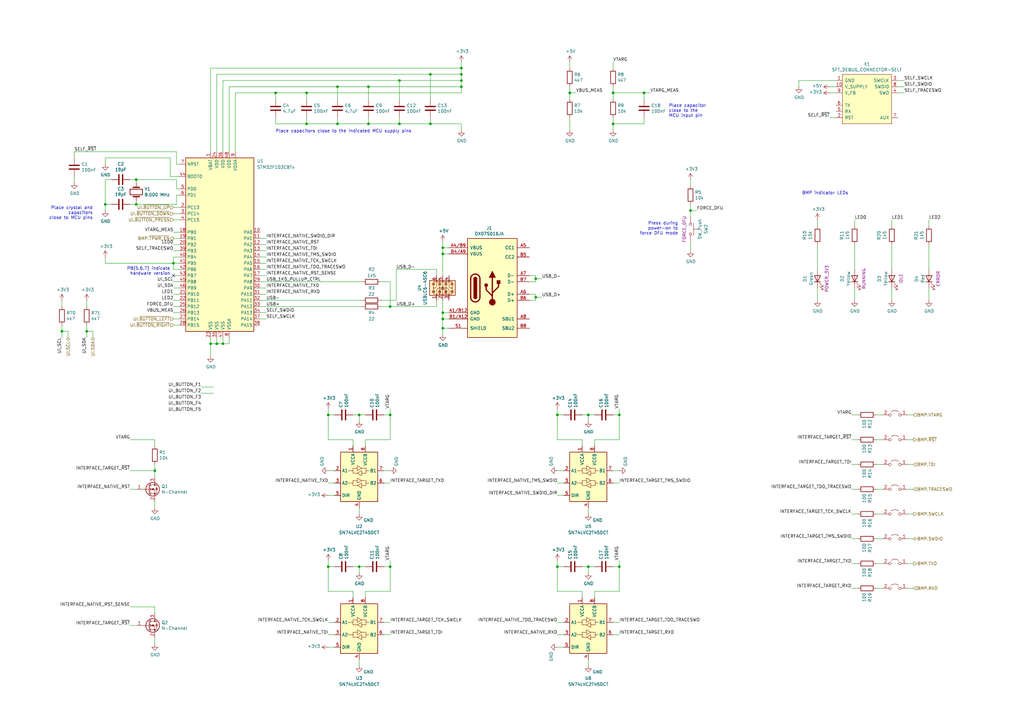
<source format=kicad_sch>
(kicad_sch (version 20211123) (generator eeschema)
  (paper "A3")
  (junction (at 189.23 30.48))
  (junction (at 25.4 135.89))
  (junction (at 134.62 232.41))
  (junction (at 160.02 232.41))
  (junction (at 228.6 232.41))
  (junction (at 55.88 83.82))
  (junction (at 251.46 38.1))
  (junction (at 189.23 35.56))
  (junction (at 219.71 121.92))
  (junction (at 71.12 107.95))
  (junction (at 138.43 50.8))
  (junction (at 176.53 30.48))
  (junction (at 125.73 50.8))
  (junction (at 254 170.18))
  (junction (at 86.36 140.97))
  (junction (at 91.44 140.97))
  (junction (at 163.83 33.02))
  (junction (at 160.02 170.18))
  (junction (at 233.68 38.1))
  (junction (at 55.88 73.66))
  (junction (at 138.43 35.56))
  (junction (at 251.46 50.8))
  (junction (at 228.6 170.18))
  (junction (at 181.61 104.14))
  (junction (at 181.61 130.81))
  (junction (at 134.62 170.18))
  (junction (at 241.3 170.18))
  (junction (at 283.21 86.36))
  (junction (at 181.61 134.62))
  (junction (at 264.16 38.1))
  (junction (at 43.18 83.82))
  (junction (at 88.9 140.97))
  (junction (at 147.32 232.41))
  (junction (at 113.03 38.1))
  (junction (at 241.3 232.41))
  (junction (at 219.71 114.3))
  (junction (at 63.5 193.04))
  (junction (at 160.02 125.73))
  (junction (at 181.61 128.27))
  (junction (at 189.23 27.94))
  (junction (at 181.61 101.6))
  (junction (at 163.83 50.8))
  (junction (at 189.23 33.02))
  (junction (at 151.13 50.8))
  (junction (at 35.56 135.89))
  (junction (at 125.73 38.1))
  (junction (at 176.53 50.8))
  (junction (at 147.32 170.18))
  (junction (at 254 232.41))
  (junction (at 151.13 35.56))
  (no_connect (at 71.12 113.03))
  (wire (pts (xy 251.46 255.27) (xy 254 255.27)))
  (wire (pts (xy 350.52 123.19) (xy 350.52 118.11)))
  (wire (pts (xy 365.76 110.49) (xy 365.76 100.33)))
  (wire (pts (xy 181.61 101.6) (xy 184.15 101.6)))
  (wire (pts (xy 125.73 48.26) (xy 125.73 50.8)))
  (wire (pts (xy 96.52 38.1) (xy 96.52 62.23)))
  (wire (pts (xy 241.3 273.05) (xy 241.3 270.51)))
  (wire (pts (xy 91.44 140.97) (xy 91.44 138.43)))
  (wire (pts (xy 73.66 102.87) (xy 71.12 102.87)))
  (wire (pts (xy 350.52 92.71) (xy 350.52 90.17)))
  (wire (pts (xy 340.36 35.56) (xy 342.9 35.56)))
  (wire (pts (xy 372.11 220.98) (xy 374.65 220.98)))
  (wire (pts (xy 73.66 100.33) (xy 71.12 100.33)))
  (wire (pts (xy 138.43 40.64) (xy 138.43 35.56)))
  (wire (pts (xy 160.02 125.73) (xy 156.21 125.73)))
  (wire (pts (xy 27.94 138.43) (xy 27.94 135.89)))
  (wire (pts (xy 381 123.19) (xy 381 118.11)))
  (wire (pts (xy 251.46 193.04) (xy 254 193.04)))
  (wire (pts (xy 43.18 86.36) (xy 43.18 83.82)))
  (wire (pts (xy 228.6 232.41) (xy 228.6 242.57)))
  (wire (pts (xy 349.25 180.34) (xy 351.79 180.34)))
  (wire (pts (xy 189.23 50.8) (xy 189.23 53.34)))
  (wire (pts (xy 219.71 113.03) (xy 219.71 114.3)))
  (wire (pts (xy 350.52 110.49) (xy 350.52 100.33)))
  (wire (pts (xy 113.03 48.26) (xy 113.03 50.8)))
  (wire (pts (xy 125.73 38.1) (xy 189.23 38.1)))
  (wire (pts (xy 241.3 170.18) (xy 241.3 172.72)))
  (wire (pts (xy 71.12 105.41) (xy 71.12 107.95)))
  (wire (pts (xy 144.78 242.57) (xy 144.78 245.11)))
  (wire (pts (xy 335.28 123.19) (xy 335.28 118.11)))
  (wire (pts (xy 365.76 123.19) (xy 365.76 118.11)))
  (wire (pts (xy 217.17 115.57) (xy 219.71 115.57)))
  (wire (pts (xy 106.68 105.41) (xy 109.22 105.41)))
  (wire (pts (xy 238.76 242.57) (xy 238.76 245.11)))
  (wire (pts (xy 349.25 220.98) (xy 351.79 220.98)))
  (wire (pts (xy 219.71 120.65) (xy 219.71 121.92)))
  (wire (pts (xy 156.21 123.19) (xy 162.56 123.19)))
  (wire (pts (xy 231.14 198.12) (xy 228.6 198.12)))
  (wire (pts (xy 233.68 38.1) (xy 236.22 38.1)))
  (wire (pts (xy 91.44 33.02) (xy 163.83 33.02)))
  (wire (pts (xy 219.71 123.19) (xy 219.71 121.92)))
  (wire (pts (xy 251.46 260.35) (xy 254 260.35)))
  (wire (pts (xy 137.16 260.35) (xy 134.62 260.35)))
  (wire (pts (xy 93.98 138.43) (xy 93.98 140.97)))
  (wire (pts (xy 71.12 118.11) (xy 73.66 118.11)))
  (wire (pts (xy 125.73 50.8) (xy 138.43 50.8)))
  (wire (pts (xy 181.61 101.6) (xy 181.61 99.06)))
  (wire (pts (xy 219.71 115.57) (xy 219.71 114.3)))
  (wire (pts (xy 368.3 38.1) (xy 370.84 38.1)))
  (wire (pts (xy 151.13 35.56) (xy 151.13 40.64)))
  (wire (pts (xy 73.66 133.35) (xy 71.12 133.35)))
  (wire (pts (xy 30.48 62.23) (xy 30.48 64.77)))
  (wire (pts (xy 181.61 101.6) (xy 181.61 104.14)))
  (wire (pts (xy 283.21 86.36) (xy 283.21 88.9)))
  (wire (pts (xy 86.36 140.97) (xy 88.9 140.97)))
  (wire (pts (xy 86.36 27.94) (xy 189.23 27.94)))
  (wire (pts (xy 43.18 67.31) (xy 43.18 64.77)))
  (wire (pts (xy 149.86 180.34) (xy 160.02 180.34)))
  (wire (pts (xy 88.9 140.97) (xy 91.44 140.97)))
  (wire (pts (xy 38.1 138.43) (xy 38.1 135.89)))
  (wire (pts (xy 82.55 158.75) (xy 87.63 158.75)))
  (wire (pts (xy 361.95 180.34) (xy 359.41 180.34)))
  (wire (pts (xy 361.95 241.3) (xy 359.41 241.3)))
  (wire (pts (xy 359.41 170.18) (xy 361.95 170.18)))
  (wire (pts (xy 106.68 120.65) (xy 109.22 120.65)))
  (wire (pts (xy 264.16 50.8) (xy 264.16 48.26)))
  (wire (pts (xy 71.12 97.79) (xy 73.66 97.79)))
  (wire (pts (xy 151.13 50.8) (xy 138.43 50.8)))
  (wire (pts (xy 35.56 123.19) (xy 35.56 125.73)))
  (wire (pts (xy 149.86 245.11) (xy 149.86 242.57)))
  (wire (pts (xy 144.78 170.18) (xy 147.32 170.18)))
  (wire (pts (xy 372.11 231.14) (xy 374.65 231.14)))
  (wire (pts (xy 160.02 232.41) (xy 160.02 242.57)))
  (wire (pts (xy 96.52 38.1) (xy 113.03 38.1)))
  (wire (pts (xy 71.12 107.95) (xy 71.12 110.49)))
  (wire (pts (xy 147.32 232.41) (xy 147.32 234.95)))
  (wire (pts (xy 231.14 193.04) (xy 228.6 193.04)))
  (wire (pts (xy 189.23 35.56) (xy 189.23 33.02)))
  (wire (pts (xy 55.88 82.55) (xy 55.88 83.82)))
  (wire (pts (xy 147.32 273.05) (xy 147.32 270.51)))
  (wire (pts (xy 163.83 33.02) (xy 189.23 33.02)))
  (wire (pts (xy 179.07 125.73) (xy 179.07 123.19)))
  (wire (pts (xy 251.46 27.94) (xy 251.46 25.4)))
  (wire (pts (xy 134.62 229.87) (xy 134.62 232.41)))
  (wire (pts (xy 189.23 30.48) (xy 189.23 27.94)))
  (wire (pts (xy 55.88 74.93) (xy 55.88 73.66)))
  (wire (pts (xy 63.5 208.28) (xy 63.5 205.74)))
  (wire (pts (xy 160.02 125.73) (xy 179.07 125.73)))
  (wire (pts (xy 176.53 50.8) (xy 189.23 50.8)))
  (wire (pts (xy 176.53 30.48) (xy 189.23 30.48)))
  (wire (pts (xy 233.68 35.56) (xy 233.68 38.1)))
  (wire (pts (xy 147.32 170.18) (xy 149.86 170.18)))
  (wire (pts (xy 361.95 190.5) (xy 359.41 190.5)))
  (wire (pts (xy 368.3 33.02) (xy 370.84 33.02)))
  (wire (pts (xy 381 92.71) (xy 381 90.17)))
  (wire (pts (xy 151.13 35.56) (xy 189.23 35.56)))
  (wire (pts (xy 25.4 133.35) (xy 25.4 135.89)))
  (wire (pts (xy 157.48 232.41) (xy 160.02 232.41)))
  (wire (pts (xy 72.39 80.01) (xy 73.66 80.01)))
  (wire (pts (xy 241.3 210.82) (xy 241.3 208.28)))
  (wire (pts (xy 231.14 232.41) (xy 228.6 232.41)))
  (wire (pts (xy 181.61 130.81) (xy 184.15 130.81)))
  (wire (pts (xy 251.46 38.1) (xy 264.16 38.1)))
  (wire (pts (xy 181.61 104.14) (xy 184.15 104.14)))
  (wire (pts (xy 73.66 113.03) (xy 71.12 113.03)))
  (wire (pts (xy 30.48 74.93) (xy 30.48 72.39)))
  (wire (pts (xy 35.56 133.35) (xy 35.56 135.89)))
  (wire (pts (xy 43.18 73.66) (xy 43.18 83.82)))
  (wire (pts (xy 217.17 123.19) (xy 219.71 123.19)))
  (wire (pts (xy 25.4 135.89) (xy 25.4 138.43)))
  (wire (pts (xy 160.02 170.18) (xy 160.02 180.34)))
  (wire (pts (xy 349.25 231.14) (xy 351.79 231.14)))
  (wire (pts (xy 71.12 85.09) (xy 73.66 85.09)))
  (wire (pts (xy 73.66 123.19) (xy 71.12 123.19)))
  (wire (pts (xy 113.03 50.8) (xy 125.73 50.8)))
  (wire (pts (xy 144.78 180.34) (xy 144.78 182.88)))
  (wire (pts (xy 342.9 38.1) (xy 340.36 38.1)))
  (wire (pts (xy 144.78 232.41) (xy 147.32 232.41)))
  (wire (pts (xy 361.95 220.98) (xy 359.41 220.98)))
  (wire (pts (xy 283.21 83.82) (xy 283.21 86.36)))
  (wire (pts (xy 106.68 128.27) (xy 109.22 128.27)))
  (wire (pts (xy 241.3 232.41) (xy 241.3 234.95)))
  (wire (pts (xy 365.76 92.71) (xy 365.76 90.17)))
  (wire (pts (xy 63.5 264.16) (xy 63.5 261.62)))
  (wire (pts (xy 113.03 40.64) (xy 113.03 38.1)))
  (wire (pts (xy 93.98 35.56) (xy 138.43 35.56)))
  (wire (pts (xy 106.68 113.03) (xy 109.22 113.03)))
  (wire (pts (xy 233.68 27.94) (xy 233.68 25.4)))
  (wire (pts (xy 71.12 87.63) (xy 73.66 87.63)))
  (wire (pts (xy 157.48 193.04) (xy 160.02 193.04)))
  (wire (pts (xy 243.84 242.57) (xy 254 242.57)))
  (wire (pts (xy 189.23 38.1) (xy 189.23 35.56)))
  (wire (pts (xy 55.88 73.66) (xy 53.34 73.66)))
  (wire (pts (xy 335.28 92.71) (xy 335.28 90.17)))
  (wire (pts (xy 327.66 33.02) (xy 327.66 35.56)))
  (wire (pts (xy 71.12 115.57) (xy 73.66 115.57)))
  (wire (pts (xy 134.62 232.41) (xy 134.62 242.57)))
  (wire (pts (xy 73.66 130.81) (xy 71.12 130.81)))
  (wire (pts (xy 238.76 180.34) (xy 238.76 182.88)))
  (wire (pts (xy 349.25 170.18) (xy 351.79 170.18)))
  (wire (pts (xy 349.25 241.3) (xy 351.79 241.3)))
  (wire (pts (xy 157.48 170.18) (xy 160.02 170.18)))
  (wire (pts (xy 125.73 40.64) (xy 125.73 38.1)))
  (wire (pts (xy 243.84 245.11) (xy 243.84 242.57)))
  (wire (pts (xy 106.68 102.87) (xy 109.22 102.87)))
  (wire (pts (xy 181.61 128.27) (xy 181.61 123.19)))
  (wire (pts (xy 86.36 146.05) (xy 86.36 140.97)))
  (wire (pts (xy 73.66 125.73) (xy 71.12 125.73)))
  (wire (pts (xy 151.13 50.8) (xy 163.83 50.8)))
  (wire (pts (xy 228.6 180.34) (xy 238.76 180.34)))
  (wire (pts (xy 91.44 33.02) (xy 91.44 62.23)))
  (wire (pts (xy 228.6 170.18) (xy 228.6 180.34)))
  (wire (pts (xy 72.39 77.47) (xy 73.66 77.47)))
  (wire (pts (xy 113.03 38.1) (xy 125.73 38.1)))
  (wire (pts (xy 63.5 180.34) (xy 53.34 180.34)))
  (wire (pts (xy 241.3 232.41) (xy 243.84 232.41)))
  (wire (pts (xy 160.02 167.64) (xy 160.02 170.18)))
  (wire (pts (xy 88.9 30.48) (xy 88.9 62.23)))
  (wire (pts (xy 73.66 72.39) (xy 69.85 72.39)))
  (wire (pts (xy 53.34 200.66) (xy 55.88 200.66)))
  (wire (pts (xy 35.56 135.89) (xy 35.56 138.43)))
  (wire (pts (xy 361.95 210.82) (xy 359.41 210.82)))
  (wire (pts (xy 374.65 210.82) (xy 372.11 210.82)))
  (wire (pts (xy 233.68 38.1) (xy 233.68 40.64)))
  (wire (pts (xy 219.71 114.3) (xy 222.25 114.3)))
  (wire (pts (xy 137.16 198.12) (xy 134.62 198.12)))
  (wire (pts (xy 63.5 251.46) (xy 63.5 248.92)))
  (wire (pts (xy 228.6 265.43) (xy 231.14 265.43)))
  (wire (pts (xy 254 232.41) (xy 254 242.57)))
  (wire (pts (xy 349.25 210.82) (xy 351.79 210.82)))
  (wire (pts (xy 231.14 255.27) (xy 228.6 255.27)))
  (wire (pts (xy 251.46 50.8) (xy 264.16 50.8)))
  (wire (pts (xy 238.76 232.41) (xy 241.3 232.41)))
  (wire (pts (xy 233.68 48.26) (xy 233.68 53.34)))
  (wire (pts (xy 137.16 232.41) (xy 134.62 232.41)))
  (wire (pts (xy 93.98 35.56) (xy 93.98 62.23)))
  (wire (pts (xy 27.94 135.89) (xy 25.4 135.89)))
  (wire (pts (xy 283.21 102.87) (xy 283.21 99.06)))
  (wire (pts (xy 71.12 90.17) (xy 73.66 90.17)))
  (wire (pts (xy 381 110.49) (xy 381 100.33)))
  (wire (pts (xy 181.61 113.03) (xy 181.61 104.14)))
  (wire (pts (xy 251.46 170.18) (xy 254 170.18)))
  (wire (pts (xy 222.25 121.92) (xy 219.71 121.92)))
  (wire (pts (xy 73.66 95.25) (xy 71.12 95.25)))
  (wire (pts (xy 134.62 242.57) (xy 144.78 242.57)))
  (wire (pts (xy 72.39 67.31) (xy 72.39 62.23)))
  (wire (pts (xy 137.16 255.27) (xy 134.62 255.27)))
  (wire (pts (xy 238.76 170.18) (xy 241.3 170.18)))
  (wire (pts (xy 45.72 73.66) (xy 43.18 73.66)))
  (wire (pts (xy 163.83 40.64) (xy 163.83 33.02)))
  (wire (pts (xy 149.86 242.57) (xy 160.02 242.57)))
  (wire (pts (xy 251.46 38.1) (xy 251.46 40.64)))
  (wire (pts (xy 181.61 128.27) (xy 184.15 128.27)))
  (wire (pts (xy 327.66 33.02) (xy 342.9 33.02)))
  (wire (pts (xy 228.6 167.64) (xy 228.6 170.18)))
  (wire (pts (xy 106.68 110.49) (xy 109.22 110.49)))
  (wire (pts (xy 151.13 48.26) (xy 151.13 50.8)))
  (wire (pts (xy 73.66 120.65) (xy 71.12 120.65)))
  (wire (pts (xy 63.5 195.58) (xy 63.5 193.04)))
  (wire (pts (xy 86.36 27.94) (xy 86.36 62.23)))
  (wire (pts (xy 106.68 118.11) (xy 109.22 118.11)))
  (wire (pts (xy 134.62 167.64) (xy 134.62 170.18)))
  (wire (pts (xy 71.12 107.95) (xy 73.66 107.95)))
  (wire (pts (xy 163.83 50.8) (xy 176.53 50.8)))
  (wire (pts (xy 176.53 40.64) (xy 176.53 30.48)))
  (wire (pts (xy 63.5 182.88) (xy 63.5 180.34)))
  (wire (pts (xy 137.16 170.18) (xy 134.62 170.18)))
  (wire (pts (xy 189.23 33.02) (xy 189.23 30.48)))
  (wire (pts (xy 134.62 180.34) (xy 144.78 180.34)))
  (wire (pts (xy 160.02 229.87) (xy 160.02 232.41)))
  (wire (pts (xy 106.68 100.33) (xy 109.22 100.33)))
  (wire (pts (xy 189.23 27.94) (xy 189.23 25.4)))
  (wire (pts (xy 63.5 193.04) (xy 63.5 190.5)))
  (wire (pts (xy 264.16 38.1) (xy 264.16 40.64)))
  (wire (pts (xy 372.11 180.34) (xy 374.65 180.34)))
  (wire (pts (xy 162.56 110.49) (xy 162.56 123.19)))
  (wire (pts (xy 372.11 200.66) (xy 374.65 200.66)))
  (wire (pts (xy 106.68 123.19) (xy 148.59 123.19)))
  (wire (pts (xy 228.6 203.2) (xy 231.14 203.2)))
  (wire (pts (xy 254 170.18) (xy 254 180.34)))
  (wire (pts (xy 88.9 140.97) (xy 88.9 138.43)))
  (wire (pts (xy 71.12 110.49) (xy 73.66 110.49)))
  (wire (pts (xy 73.66 128.27) (xy 71.12 128.27)))
  (wire (pts (xy 53.34 256.54) (xy 55.88 256.54)))
  (wire (pts (xy 241.3 170.18) (xy 243.84 170.18)))
  (wire (pts (xy 69.85 72.39) (xy 69.85 64.77)))
  (wire (pts (xy 181.61 134.62) (xy 181.61 130.81)))
  (wire (pts (xy 53.34 248.92) (xy 63.5 248.92)))
  (wire (pts (xy 217.17 113.03) (xy 219.71 113.03)))
  (wire (pts (xy 374.65 241.3) (xy 372.11 241.3)))
  (wire (pts (xy 251.46 232.41) (xy 254 232.41)))
  (wire (pts (xy 179.07 110.49) (xy 162.56 110.49)))
  (wire (pts (xy 138.43 35.56) (xy 151.13 35.56)))
  (wire (pts (xy 53.34 83.82) (xy 55.88 83.82)))
  (wire (pts (xy 43.18 64.77) (xy 69.85 64.77)))
  (wire (pts (xy 72.39 83.82) (xy 72.39 80.01)))
  (wire (pts (xy 361.95 231.14) (xy 359.41 231.14)))
  (wire (pts (xy 147.32 210.82) (xy 147.32 208.28)))
  (wire (pts (xy 106.68 107.95) (xy 109.22 107.95)))
  (wire (pts (xy 254 167.64) (xy 254 170.18)))
  (wire (pts (xy 160.02 115.57) (xy 160.02 125.73)))
  (wire (pts (xy 243.84 180.34) (xy 254 180.34)))
  (wire (pts (xy 63.5 193.04) (xy 53.34 193.04)))
  (wire (pts (xy 72.39 73.66) (xy 72.39 77.47)))
  (wire (pts (xy 106.68 97.79) (xy 109.22 97.79)))
  (wire (pts (xy 147.32 170.18) (xy 147.32 172.72)))
  (wire (pts (xy 179.07 113.03) (xy 179.07 110.49)))
  (wire (pts (xy 181.61 134.62) (xy 184.15 134.62)))
  (wire (pts (xy 134.62 203.2) (xy 137.16 203.2)))
  (wire (pts (xy 30.48 62.23) (xy 72.39 62.23)))
  (wire (pts (xy 228.6 229.87) (xy 228.6 232.41)))
  (wire (pts (xy 73.66 105.41) (xy 71.12 105.41)))
  (wire (pts (xy 361.95 200.66) (xy 359.41 200.66)))
  (wire (pts (xy 254 229.87) (xy 254 232.41)))
  (wire (pts (xy 283.21 76.2) (xy 283.21 73.66)))
  (wire (pts (xy 106.68 130.81) (xy 109.22 130.81)))
  (wire (pts (xy 181.61 130.81) (xy 181.61 128.27)))
  (wire (pts (xy 43.18 83.82) (xy 45.72 83.82)))
  (wire (pts (xy 231.14 170.18) (xy 228.6 170.18)))
  (wire (pts (xy 71.12 107.95) (xy 43.18 107.95)))
  (wire (pts (xy 43.18 107.95) (xy 43.18 105.41)))
  (wire (pts (xy 156.21 115.57) (xy 160.02 115.57)))
  (wire (pts (xy 55.88 83.82) (xy 72.39 83.82)))
  (wire (pts (xy 342.9 48.26) (xy 340.36 48.26)))
  (wire (pts (xy 368.3 35.56) (xy 370.84 35.56)))
  (wire (pts (xy 88.9 30.48) (xy 176.53 30.48)))
  (wire (pts (xy 147.32 232.41) (xy 149.86 232.41)))
  (wire (pts (xy 251.46 48.26) (xy 251.46 50.8)))
  (wire (pts (xy 372.11 170.18) (xy 374.65 170.18)))
  (wire (pts (xy 25.4 125.73) (xy 25.4 123.19)))
  (wire (pts (xy 134.62 170.18) (xy 134.62 180.34)))
  (wire (pts (xy 134.62 193.04) (xy 137.16 193.04)))
  (wire (pts (xy 176.53 50.8) (xy 176.53 48.26)))
  (wire (pts (xy 251.46 50.8) (xy 251.46 53.34)))
  (wire (pts (xy 251.46 198.12) (xy 254 198.12)))
  (wire (pts (xy 91.44 140.97) (xy 93.98 140.97)))
  (wire (pts (xy 243.84 182.88) (xy 243.84 180.34)))
  (wire (pts (xy 72.39 67.31) (xy 73.66 67.31)))
  (wire (pts (xy 157.48 255.27) (xy 160.02 255.27)))
  (wire (pts (xy 138.43 48.26) (xy 138.43 50.8)))
  (wire (pts (xy 283.21 86.36) (xy 285.75 86.36)))
  (wire (pts (xy 149.86 182.88) (xy 149.86 180.34)))
  (wire (pts (xy 335.28 110.49) (xy 335.28 100.33)))
  (wire (pts (xy 134.62 265.43) (xy 137.16 265.43)))
  (wire (pts (xy 251.46 35.56) (xy 251.46 38.1)))
  (wire (pts (xy 106.68 115.57) (xy 148.59 115.57)))
  (wire (pts (xy 181.61 137.16) (xy 181.61 134.62)))
  (wire (pts (xy 157.48 198.12) (xy 160.02 198.12)))
  (wire (pts (xy 264.16 38.1) (xy 266.7 38.1)))
  (wire (pts (xy 38.1 135.89) (xy 35.56 135.89)))
  (wire (pts (xy 217.17 120.65) (xy 219.71 120.65)))
  (wire (pts (xy 228.6 242.57) (xy 238.76 242.57)))
  (wire (pts (xy 86.36 140.97) (xy 86.36 138.43)))
  (wire (pts (xy 82.55 161.29) (xy 87.63 161.29)))
  (wire (pts (xy 231.14 260.35) (xy 228.6 260.35)))
  (wire (pts (xy 55.88 73.66) (xy 72.39 73.66)))
  (wire (pts (xy 349.25 190.5) (xy 351.79 190.5)))
  (wire (pts (xy 349.25 200.66) (xy 351.79 200.66)))
  (wire (pts (xy 163.83 50.8) (xy 163.83 48.26)))
  (wire (pts (xy 372.11 190.5) (xy 374.65 190.5)))
  (wire (pts (xy 106.68 125.73) (xy 148.59 125.73)))
  (wire (pts (xy 157.48 260.35) (xy 160.02 260.35)))
  (text "Place crystal and\ncapacitors\nclose to MCU pins" (at 38.1 90.17 180) (effects (font (size 1.27 1.27)) (justify right bottom)))
  (text "Place capacitors close to the indicated MCU supply pins" (at 113.03 54.61 0) (effects (font (size 1.27 1.27)) (justify left bottom)))
  (text "PB{5,6,7} indicate\nhardware version" (at 69.85 113.03 180) (effects (font (size 1.27 1.27)) (justify right bottom)))
  (text "Place capacitor\nclose to the\nMCU input pin" (at 274.32 48.26 0) (effects (font (size 1.27 1.27)) (justify left bottom)))
  (text "Press during\npower-on to\nforce DFU mode" (at 278.13 96.52 180) (effects (font (size 1.27 1.27)) (justify right bottom)))
  (text "BMP indicator LEDs" (at 328.93 80.01 0) (effects (font (size 1.27 1.27)) (justify left bottom)))
  (label "INTERFACE_NATIVE_RST" (at 53.34 200.66 180))
  (label "UI_BUTTON_F3" (at 82.55 163.83 180))
  (label "UI_SCL" (at 71.12 115.57 180))
  (label "INTERFACE_TARGET_TMS_SWDIO" (at 254 198.12 0))
  (label "UI_BUTTON_F1" (at 82.55 158.75 180))
  (label "LED2" (at 381 90.17 0))
  (label "SELF_TRACESWO" (at 71.12 102.87 180))
  (label "SELF_SWDIO" (at 109.22 128.27 0))
  (label "INTERFACE_NATIVE_TDO_TRACESWO" (at 228.6 255.27 180))
  (label "USB+" (at 109.22 125.73 0))
  (label "UI_BUTTON_F4" (at 82.55 166.37 180))
  (label "INTERFACE_NATIVE_RXD" (at 228.6 260.35 180))
  (label "LED0" (at 71.12 100.33 180))
  (label "USB_D+" (at 222.25 121.92 0))
  (label "UI_BUTTON_F5" (at 82.55 168.91 180))
  (label "UI_BUTTON_F2" (at 82.55 161.29 180))
  (label "INTERFACE_NATIVE_TDI" (at 134.62 260.35 180))
  (label "SELF_SWCLK" (at 109.22 130.81 0))
  (label "INTERFACE_NATIVE_SWDIO_DIR" (at 228.6 203.2 180))
  (label "INTERFACE_NATIVE_TMS_SWDIO" (at 109.22 105.41 0))
  (label "INTERFACE_NATIVE_TCK_SWCLK" (at 134.62 255.27 180))
  (label "INTERFACE_NATIVE_RXD" (at 109.22 120.65 0))
  (label "INTERFACE_NATIVE_SWDIO_DIR" (at 109.22 97.79 0))
  (label "VTARG" (at 251.46 25.4 0))
  (label "VTARG" (at 53.34 180.34 180))
  (label "INTERFACE_TARGET_~{RST}" (at 53.34 193.04 180))
  (label "USB_D-" (at 222.25 114.3 0))
  (label "VTARG" (at 160.02 229.87 90))
  (label "USB-" (at 109.22 123.19 0))
  (label "INTERFACE_TARGET_TXD" (at 349.25 231.14 180))
  (label "VTARG" (at 160.02 167.64 90))
  (label "INTERFACE_TARGET_~{RST}" (at 349.25 180.34 180))
  (label "LED1" (at 71.12 120.65 180))
  (label "LED1" (at 365.76 90.17 0))
  (label "INTERFACE_TARGET_TCK_SWCLK" (at 160.02 255.27 0))
  (label "USB_1K5_PULLUP_CTRL" (at 109.22 115.57 0))
  (label "SELF_~{RST}" (at 30.48 62.23 0))
  (label "SELF_~{RST}" (at 340.36 48.26 180))
  (label "INTERFACE_TARGET_TDI" (at 160.02 260.35 0))
  (label "FORCE_DFU" (at 71.12 125.73 180))
  (label "INTERFACE_TARGET_RXD" (at 254 260.35 0))
  (label "INTERFACE_TARGET_TMS_SWDIO" (at 349.25 220.98 180))
  (label "INTERFACE_TARGET_TCK_SWCLK" (at 349.25 210.82 180))
  (label "INTERFACE_TARGET_TXD" (at 160.02 198.12 0))
  (label "INTERFACE_NATIVE_RST_SENSE" (at 53.34 248.92 180))
  (label "UI_SDA" (at 71.12 118.11 180))
  (label "VTARG" (at 254 167.64 90))
  (label "INTERFACE_TARGET_TDI" (at 349.25 190.5 180))
  (label "INTERFACE_TARGET_TDO_TRACESWO" (at 254 255.27 0))
  (label "INTERFACE_TARGET_~{RST}" (at 53.34 256.54 180))
  (label "VTARG" (at 254 229.87 90))
  (label "INTERFACE_NATIVE_TCK_SWCLK" (at 109.22 107.95 0))
  (label "SELF_SWCLK" (at 370.84 33.02 0))
  (label "INTERFACE_NATIVE_TXD" (at 134.62 198.12 180))
  (label "INTERFACE_NATIVE_TXD" (at 109.22 118.11 0))
  (label "VBUS_MEAS" (at 71.12 128.27 180))
  (label "INTERFACE_NATIVE_TDO_TRACESWO" (at 109.22 110.49 0))
  (label "INTERFACE_TARGET_RXD" (at 349.25 241.3 180))
  (label "UI_SCL" (at 25.4 138.43 270))
  (label "INTERFACE_NATIVE_TMS_SWDIO" (at 228.6 198.12 180))
  (label "VBUS_MEAS" (at 236.22 38.1 0))
  (label "VTARG_MEAS" (at 71.12 95.25 180))
  (label "INTERFACE_NATIVE_RST" (at 109.22 100.33 0))
  (label "INTERFACE_TARGET_TDO_TRACESWO" (at 349.25 200.66 180))
  (label "USB_D-" (at 162.56 110.49 0))
  (label "FORCE_DFU" (at 285.75 86.36 0))
  (label "VTARG_MEAS" (at 266.7 38.1 0))
  (label "UI_SDA" (at 35.56 138.43 270))
  (label "INTERFACE_NATIVE_TDI" (at 109.22 102.87 0))
  (label "USB_D+" (at 162.56 125.73 0))
  (label "SELF_TRACESWO" (at 370.84 38.1 0))
  (label "INTERFACE_NATIVE_RST_SENSE" (at 109.22 113.03 0))
  (label "LED0" (at 350.52 90.17 0))
  (label "LED2" (at 71.12 123.19 180))
  (label "SELF_SWDIO" (at 370.84 35.56 0))
  (label "VTARG" (at 349.25 170.18 180))
  (hierarchical_label "BMP.~{RST}" (shape output) (at 374.65 180.34 0))
  (hierarchical_label "UI.~{BUTTON_DOWN}" (shape input) (at 71.12 87.63 180))
  (hierarchical_label "BMP.TRACESWO" (shape input) (at 374.65 200.66 0))
  (hierarchical_label "BMP.~{TPWR_EN}" (shape output) (at 71.12 97.79 180))
  (hierarchical_label "BMP.RXD" (shape input) (at 374.65 241.3 0))
  (hierarchical_label "BMP.SWCLK" (shape output) (at 374.65 210.82 0))
  (hierarchical_label "UI.SCL" (shape bidirectional) (at 27.94 138.43 270))
  (hierarchical_label "UI.~{BUTTON_RIGHT}" (shape input) (at 71.12 133.35 180))
  (hierarchical_label "BMP.VTARG" (shape input) (at 374.65 170.18 0))
  (hierarchical_label "UI.~{BUTTON_LEFT}" (shape input) (at 71.12 130.81 180))
  (hierarchical_label "BMP.TDI" (shape input) (at 374.65 190.5 0))
  (hierarchical_label "BMP.TXD" (shape output) (at 374.65 231.14 0))
  (hierarchical_label "UI.SDA" (shape bidirectional) (at 38.1 138.43 270))
  (hierarchical_label "UI.~{BUTTON_UP}" (shape input) (at 71.12 85.09 180))
  (hierarchical_label "UI.~{BUTTON_PRESS}" (shape input) (at 71.12 90.17 180))
  (hierarchical_label "BMP.SWDIO" (shape bidirectional) (at 374.65 220.98 0))
  (symbol (lib_id "Device:C") (at 49.53 83.82 270) (unit 1)
    (property "Reference" "C3" (at 49.53 77.4192 90))
    (property "Value" "18pF" (at 49.53 79.7306 90))
    (property "Footprint" "Capacitor_SMD:C_0603_1608Metric_Pad1.05x0.95mm_HandSolder" (effects hide))
    (property "MPN" "generic C%f %v %r" (effects hide))
  )
  (symbol (lib_id "Switch:SW_Push") (at 283.21 93.98 270) (unit 1)
    (property "Reference" "SW2" (at 289.56 93.98 0))
    (property "Value" "SW_Push" (at 287.02 93.98 0))
    (property "Footprint" "Button_Switch_THT:SW_PUSH_6mm_H4.3mm" (effects hide))
    (property "Description" "FORCE_DFU" (at 280.67 93.98 0))
    (property "MPN" "Panasonic EVQPAE05R" (effects hide))
  )
  (symbol (lib_id "Device:R") (at 25.4 129.54 0) (unit 1)
    (property "Reference" "R70" (at 27.178 128.3716 0) (effects (justify left)))
    (property "Value" "4k7" (at 27.178 130.683 0) (effects (justify left)))
    (property "Footprint" "Resistor_SMD:R_0603_1608Metric_Pad1.05x0.95mm_HandSolder" (effects hide))
    (property "MPN" "generic R%f %v %r" (effects hide))
  )
  (symbol (lib_id "Device:R") (at 35.56 129.54 0) (unit 1)
    (property "Reference" "R71" (at 37.338 128.3716 0) (effects (justify left)))
    (property "Value" "4k7" (at 37.338 130.683 0) (effects (justify left)))
    (property "Footprint" "Resistor_SMD:R_0603_1608Metric_Pad1.05x0.95mm_HandSolder" (effects hide))
    (property "MPN" "generic R%f %v %r" (effects hide))
  )
  (symbol (lib_id "power:+3V3") (at 25.4 123.19 0) (unit 1)
    (property "Reference" "#PWR0223" (effects hide))
    (property "Value" "+3V3" (at 25.781 118.7958 0))
  )
  (symbol (lib_id "power:+3V3") (at 35.56 123.19 0) (unit 1)
    (property "Reference" "#PWR0224" (effects hide))
    (property "Value" "+3V3" (at 35.941 118.7958 0))
  )
  (symbol (lib_id "sft:JAE_USB_C_DX07S016JA") (at 201.93 118.11 0) (unit 1)
    (property "Reference" "J1" (at 200.66 93.5482 0))
    (property "Value" "DX07S016JA" (at 200.66 95.8596 0))
    (property "Footprint" "sft:USB_C_JAE_DX07S0116JA1" (effects hide))
    (property "Datasheet" "https://www.jae.com/direct/topics/topics_file_download/?topics_id=91780&ext_no=06&index=0&_lang=en&v=2020041313384666992409" (effects hide))
    (property "FootprintShort" "unique connector" (effects hide))
    (property "MPN" "JAE DX07S016JA1" (effects hide))
  )
  (symbol (lib_id "sft:USBLC6-4SC6") (at 181.61 118.11 0) (unit 1)
    (property "Reference" "U4" (at 172.0342 118.11 90))
    (property "Value" "USBLC6-4SC6" (at 174.3456 118.11 90))
    (property "Footprint" "Package_TO_SOT_SMD:SOT-23-6" (effects hide))
    (property "Datasheet" "http://www.st.com/resource/en/datasheet/usblc6-4.pdf" (effects hide))
    (property "MPN" "ST USBLC6-4SC6" (effects hide))
  )
  (symbol (lib_id "MCU_ST_STM32F1:STM32F103CBTx") (at 91.44 100.33 0) (unit 1)
    (property "Reference" "U1" (at 105.41 66.04 0) (effects (justify left)))
    (property "Value" "STM32F103CBTx" (at 105.41 68.58 0) (effects (justify left)))
    (property "Footprint" "Package_QFP:LQFP-48_7x7mm_P0.5mm" (effects hide))
    (property "Datasheet" "http://www.st.com/st-web-ui/static/active/en/resource/technical/document/datasheet/CD00161566.pdf" (effects hide))
    (property "MPN" "ST STM32F103CBT6" (effects hide))
  )
  (symbol (lib_id "power:GND") (at 86.36 146.05 0) (unit 1)
    (property "Reference" "#PWR0101" (effects hide))
    (property "Value" "GND" (at 86.487 150.4442 0))
  )
  (symbol (lib_id "Device:R") (at 335.28 96.52 0) (unit 1)
    (property "Reference" "R10" (at 330.0222 96.52 90))
    (property "Value" "15k" (at 332.3336 96.52 90))
    (property "Footprint" "Resistor_SMD:R_0603_1608Metric_Pad1.05x0.95mm_HandSolder" (effects hide))
    (property "MPN" "generic R%f %v %r" (effects hide))
  )
  (symbol (lib_id "Device:LED") (at 335.28 114.3 90) (unit 1)
    (property "Reference" "D1" (at 330.2 114.3 0))
    (property "Value" "Green" (at 332.74 114.3 0))
    (property "Footprint" "LED_SMD:LED_0805_2012Metric" (effects hide))
    (property "Description" "POWER_3V3" (at 339.09 114.3 0))
    (property "MPN" "Wuerth 150080GS75000" (effects hide))
  )
  (symbol (lib_id "power:+3.3V") (at 189.23 25.4 0) (unit 1)
    (property "Reference" "#PWR0102" (effects hide))
    (property "Value" "+3.3V" (at 189.611 21.0058 0))
  )
  (symbol (lib_id "Device:C") (at 30.48 68.58 0) (unit 1)
    (property "Reference" "C1" (at 33.401 67.4116 0) (effects (justify left)))
    (property "Value" "100nF" (at 33.401 69.723 0) (effects (justify left)))
    (property "Footprint" "Capacitor_SMD:C_0603_1608Metric_Pad1.05x0.95mm_HandSolder" (effects hide))
    (property "MPN" "generic C%f %v %r" (effects hide))
  )
  (symbol (lib_id "power:GND") (at 30.48 74.93 0) (unit 1)
    (property "Reference" "#PWR0103" (effects hide))
    (property "Value" "GND" (at 30.607 79.3242 0))
  )
  (symbol (lib_id "power:+3V3") (at 335.28 90.17 0) (unit 1)
    (property "Reference" "#PWR0119" (effects hide))
    (property "Value" "+3V3" (at 335.661 85.7758 0))
  )
  (symbol (lib_id "power:GND") (at 335.28 123.19 0) (unit 1)
    (property "Reference" "#PWR0120" (effects hide))
    (property "Value" "GND" (at 335.407 127.5842 0))
  )
  (symbol (lib_id "Device:C") (at 125.73 44.45 180) (unit 1)
    (property "Reference" "C5" (at 128.651 43.2816 0) (effects (justify right)))
    (property "Value" "100nF" (at 128.651 45.593 0) (effects (justify right)))
    (property "Footprint" "Capacitor_SMD:C_0603_1608Metric_Pad1.05x0.95mm_HandSolder" (effects hide))
    (property "MPN" "generic C%f %v %r" (effects hide))
  )
  (symbol (lib_id "Device:R") (at 350.52 96.52 0) (unit 1)
    (property "Reference" "R11" (at 345.2622 96.52 90))
    (property "Value" "1k5" (at 347.5736 96.52 90))
    (property "Footprint" "Resistor_SMD:R_0603_1608Metric_Pad1.05x0.95mm_HandSolder" (effects hide))
    (property "MPN" "generic R%f %v %r" (effects hide))
  )
  (symbol (lib_id "Device:LED") (at 350.52 114.3 90) (unit 1)
    (property "Reference" "D2" (at 345.44 114.3 0))
    (property "Value" "Yellow" (at 347.98 114.3 0))
    (property "Footprint" "LED_SMD:LED_0805_2012Metric" (effects hide))
    (property "Description" "RUNNING" (at 354.33 114.3 0))
    (property "MPN" "Wuerth 150080YS75000" (effects hide))
  )
  (symbol (lib_id "power:GND") (at 350.52 123.19 0) (unit 1)
    (property "Reference" "#PWR0121" (effects hide))
    (property "Value" "GND" (at 350.647 127.5842 0))
  )
  (symbol (lib_id "Device:R") (at 365.76 96.52 0) (unit 1)
    (property "Reference" "R20" (at 360.5022 96.52 90))
    (property "Value" "1k5" (at 362.8136 96.52 90))
    (property "Footprint" "Resistor_SMD:R_0603_1608Metric_Pad1.05x0.95mm_HandSolder" (effects hide))
    (property "MPN" "generic R%f %v %r" (effects hide))
  )
  (symbol (lib_id "Device:LED") (at 365.76 114.3 90) (unit 1)
    (property "Reference" "D3" (at 360.68 114.3 0))
    (property "Value" "Yellow" (at 363.22 114.3 0))
    (property "Footprint" "LED_SMD:LED_0805_2012Metric" (effects hide))
    (property "Description" "IDLE" (at 369.57 114.3 0))
    (property "MPN" "Wuerth 150080YS75000" (effects hide))
  )
  (symbol (lib_id "power:GND") (at 365.76 123.19 0) (unit 1)
    (property "Reference" "#PWR0122" (effects hide))
    (property "Value" "GND" (at 365.887 127.5842 0))
  )
  (symbol (lib_id "Device:C") (at 113.03 44.45 180) (unit 1)
    (property "Reference" "C4" (at 115.951 43.2816 0) (effects (justify right)))
    (property "Value" "4.7uF" (at 115.951 45.593 0) (effects (justify right)))
    (property "Footprint" "Capacitor_SMD:C_0603_1608Metric_Pad1.05x0.95mm_HandSolder" (effects hide))
    (property "MPN" "generic C%f %v %r" (effects hide))
    (property "Rating" "6.3V" (effects hide))
  )
  (symbol (lib_id "Device:C") (at 151.13 44.45 180) (unit 1)
    (property "Reference" "C9" (at 154.051 43.2816 0) (effects (justify right)))
    (property "Value" "100nF" (at 154.051 45.593 0) (effects (justify right)))
    (property "Footprint" "Capacitor_SMD:C_0603_1608Metric_Pad1.05x0.95mm_HandSolder" (effects hide))
    (property "MPN" "generic C%f %v %r" (effects hide))
  )
  (symbol (lib_id "power:GND") (at 189.23 53.34 0) (unit 1)
    (property "Reference" "#PWR0104" (effects hide))
    (property "Value" "GND" (at 189.357 57.7342 0))
  )
  (symbol (lib_id "Device:R") (at 381 96.52 0) (unit 1)
    (property "Reference" "R21" (at 375.7422 96.52 90))
    (property "Value" "1k5" (at 378.0536 96.52 90))
    (property "Footprint" "Resistor_SMD:R_0603_1608Metric_Pad1.05x0.95mm_HandSolder" (effects hide))
    (property "MPN" "generic R%f %v %r" (effects hide))
  )
  (symbol (lib_id "Device:LED") (at 381 114.3 90) (unit 1)
    (property "Reference" "D4" (at 375.92 114.3 0))
    (property "Value" "Red" (at 378.46 114.3 0))
    (property "Footprint" "LED_SMD:LED_0805_2012Metric" (effects hide))
    (property "Description" "ERROR" (at 384.81 114.3 0))
    (property "MPN" "Wuerth 150080RS75000" (effects hide))
  )
  (symbol (lib_id "power:GND") (at 381 123.19 0) (unit 1)
    (property "Reference" "#PWR0123" (effects hide))
    (property "Value" "GND" (at 381.127 127.5842 0))
  )
  (symbol (lib_id "Device:C") (at 138.43 44.45 180) (unit 1)
    (property "Reference" "C6" (at 141.351 43.2816 0) (effects (justify right)))
    (property "Value" "4.7uF" (at 141.351 45.593 0) (effects (justify right)))
    (property "Footprint" "Capacitor_SMD:C_0603_1608Metric_Pad1.05x0.95mm_HandSolder" (effects hide))
    (property "MPN" "generic C%f %v %r" (effects hide))
    (property "Rating" "6.3V" (effects hide))
  )
  (symbol (lib_id "Device:C") (at 163.83 44.45 180) (unit 1)
    (property "Reference" "C12" (at 166.751 43.2816 0) (effects (justify right)))
    (property "Value" "100nF" (at 166.751 45.593 0) (effects (justify right)))
    (property "Footprint" "Capacitor_SMD:C_0603_1608Metric_Pad1.05x0.95mm_HandSolder" (effects hide))
    (property "MPN" "generic C%f %v %r" (effects hide))
  )
  (symbol (lib_id "Device:C") (at 176.53 44.45 180) (unit 1)
    (property "Reference" "C13" (at 179.451 43.2816 0) (effects (justify right)))
    (property "Value" "100nF" (at 179.451 45.593 0) (effects (justify right)))
    (property "Footprint" "Capacitor_SMD:C_0603_1608Metric_Pad1.05x0.95mm_HandSolder" (effects hide))
    (property "MPN" "generic C%f %v %r" (effects hide))
  )
  (symbol (lib_id "Device:Q_NMOS_GSD") (at 60.96 200.66 0) (unit 1)
    (property "Reference" "Q1" (at 66.1924 199.4916 0) (effects (justify left)))
    (property "Value" "N-Channel" (at 66.1924 201.803 0) (effects (justify left)))
    (property "Footprint" "Package_TO_SOT_SMD:SOT-323_SC-70" (effects hide))
    (property "MPN" "DiodesInc DMG1012UW-7" (effects hide))
  )
  (symbol (lib_id "Device:Q_NMOS_GSD") (at 60.96 256.54 0) (unit 1)
    (property "Reference" "Q2" (at 66.1924 255.3716 0) (effects (justify left)))
    (property "Value" "N-Channel" (at 66.1924 257.683 0) (effects (justify left)))
    (property "Footprint" "Package_TO_SOT_SMD:SOT-323_SC-70" (effects hide))
    (property "MPN" "DiodesInc DMG1012UW-7" (effects hide))
  )
  (symbol (lib_id "power:GND") (at 63.5 208.28 0) (unit 1)
    (property "Reference" "#PWR0124" (effects hide))
    (property "Value" "GND" (at 63.627 212.6742 0))
  )
  (symbol (lib_id "Device:R") (at 63.5 186.69 0) (unit 1)
    (property "Reference" "R1" (at 65.278 185.5216 0) (effects (justify left)))
    (property "Value" "10k" (at 65.278 187.833 0) (effects (justify left)))
    (property "Footprint" "Resistor_SMD:R_0603_1608Metric_Pad1.05x0.95mm_HandSolder" (effects hide))
    (property "MPN" "generic R%f %v %r" (effects hide))
  )
  (symbol (lib_id "power:GND") (at 63.5 264.16 0) (unit 1)
    (property "Reference" "#PWR0125" (effects hide))
    (property "Value" "GND" (at 63.627 268.5542 0))
  )
  (symbol (lib_id "Jumper:Jumper_2_Open") (at 367.03 180.34 0) (mirror y) (unit 1)
    (property "Reference" "JP3" (effects hide))
    (property "Value" "Jumper_NC_Small" (effects hide))
    (property "Footprint" "sft:Jumper_2.54mm" (effects hide))
    (property "MPN" "generic header-2.54mm" (effects hide))
  )
  (symbol (lib_id "Device:R") (at 355.6 180.34 270) (unit 1)
    (property "Reference" "R13" (at 356.7684 182.118 0) (effects (justify left)))
    (property "Value" "100" (at 354.457 182.118 0) (effects (justify left)))
    (property "Footprint" "Resistor_SMD:R_0603_1608Metric_Pad1.05x0.95mm_HandSolder" (effects hide))
    (property "MPN" "generic R%f %v %r" (effects hide))
  )
  (symbol (lib_id "Jumper:Jumper_2_Open") (at 367.03 170.18 0) (mirror y) (unit 1)
    (property "Reference" "JP2" (effects hide))
    (property "Value" "Jumper_NC_Small" (effects hide))
    (property "Footprint" "sft:Jumper_2.54mm" (effects hide))
    (property "MPN" "generic header-2.54mm" (effects hide))
  )
  (symbol (lib_id "Device:R") (at 355.6 170.18 270) (unit 1)
    (property "Reference" "R12" (at 356.7684 171.958 0) (effects (justify left)))
    (property "Value" "100" (at 354.457 171.958 0) (effects (justify left)))
    (property "Footprint" "Resistor_SMD:R_0603_1608Metric_Pad1.05x0.95mm_HandSolder" (effects hide))
    (property "MPN" "generic R%f %v %r" (effects hide))
  )
  (symbol (lib_id "Jumper:Jumper_2_Open") (at 367.03 190.5 0) (mirror y) (unit 1)
    (property "Reference" "JP4" (effects hide))
    (property "Value" "Jumper_NC_Small" (effects hide))
    (property "Footprint" "sft:Jumper_2.54mm" (effects hide))
    (property "MPN" "generic header-2.54mm" (effects hide))
  )
  (symbol (lib_id "Device:R") (at 355.6 190.5 270) (unit 1)
    (property "Reference" "R14" (at 356.7684 192.278 0) (effects (justify left)))
    (property "Value" "100" (at 354.457 192.278 0) (effects (justify left)))
    (property "Footprint" "Resistor_SMD:R_0603_1608Metric_Pad1.05x0.95mm_HandSolder" (effects hide))
    (property "MPN" "generic R%f %v %r" (effects hide))
  )
  (symbol (lib_id "Jumper:Jumper_2_Open") (at 367.03 200.66 0) (mirror y) (unit 1)
    (property "Reference" "JP5" (effects hide))
    (property "Value" "Jumper_NC_Small" (effects hide))
    (property "Footprint" "sft:Jumper_2.54mm" (effects hide))
    (property "MPN" "generic header-2.54mm" (effects hide))
  )
  (symbol (lib_id "Device:R") (at 355.6 200.66 270) (unit 1)
    (property "Reference" "R15" (at 356.7684 202.438 0) (effects (justify left)))
    (property "Value" "100" (at 354.457 202.438 0) (effects (justify left)))
    (property "Footprint" "Resistor_SMD:R_0603_1608Metric_Pad1.05x0.95mm_HandSolder" (effects hide))
    (property "MPN" "generic R%f %v %r" (effects hide))
  )
  (symbol (lib_id "Jumper:Jumper_2_Open") (at 367.03 210.82 0) (mirror y) (unit 1)
    (property "Reference" "JP6" (effects hide))
    (property "Value" "Jumper_NC_Small" (effects hide))
    (property "Footprint" "sft:Jumper_2.54mm" (effects hide))
    (property "MPN" "generic header-2.54mm" (effects hide))
  )
  (symbol (lib_id "Device:R") (at 355.6 210.82 270) (unit 1)
    (property "Reference" "R16" (at 356.7684 212.598 0) (effects (justify left)))
    (property "Value" "100" (at 354.457 212.598 0) (effects (justify left)))
    (property "Footprint" "Resistor_SMD:R_0603_1608Metric_Pad1.05x0.95mm_HandSolder" (effects hide))
    (property "MPN" "generic R%f %v %r" (effects hide))
  )
  (symbol (lib_id "Jumper:Jumper_2_Open") (at 367.03 220.98 0) (mirror y) (unit 1)
    (property "Reference" "JP7" (effects hide))
    (property "Value" "Jumper_NC_Small" (effects hide))
    (property "Footprint" "sft:Jumper_2.54mm" (effects hide))
    (property "MPN" "generic header-2.54mm" (effects hide))
  )
  (symbol (lib_id "Device:R") (at 355.6 220.98 270) (unit 1)
    (property "Reference" "R17" (at 356.7684 222.758 0) (effects (justify left)))
    (property "Value" "100" (at 354.457 222.758 0) (effects (justify left)))
    (property "Footprint" "Resistor_SMD:R_0603_1608Metric_Pad1.05x0.95mm_HandSolder" (effects hide))
    (property "MPN" "generic R%f %v %r" (effects hide))
  )
  (symbol (lib_id "Jumper:Jumper_2_Open") (at 367.03 231.14 0) (mirror y) (unit 1)
    (property "Reference" "JP8" (effects hide))
    (property "Value" "Jumper_NC_Small" (effects hide))
    (property "Footprint" "sft:Jumper_2.54mm" (effects hide))
    (property "MPN" "generic header-2.54mm" (effects hide))
  )
  (symbol (lib_id "Device:R") (at 355.6 231.14 270) (unit 1)
    (property "Reference" "R18" (at 356.7684 232.918 0) (effects (justify left)))
    (property "Value" "100" (at 354.457 232.918 0) (effects (justify left)))
    (property "Footprint" "Resistor_SMD:R_0603_1608Metric_Pad1.05x0.95mm_HandSolder" (effects hide))
    (property "MPN" "generic R%f %v %r" (effects hide))
  )
  (symbol (lib_id "Jumper:Jumper_2_Open") (at 367.03 241.3 0) (mirror y) (unit 1)
    (property "Reference" "JP9" (effects hide))
    (property "Value" "Jumper_NC_Small" (effects hide))
    (property "Footprint" "sft:Jumper_2.54mm" (effects hide))
    (property "MPN" "generic header-2.54mm" (effects hide))
  )
  (symbol (lib_id "Device:R") (at 355.6 241.3 270) (unit 1)
    (property "Reference" "R19" (at 356.7684 243.078 0) (effects (justify left)))
    (property "Value" "100" (at 354.457 243.078 0) (effects (justify left)))
    (property "Footprint" "Resistor_SMD:R_0603_1608Metric_Pad1.05x0.95mm_HandSolder" (effects hide))
    (property "MPN" "generic R%f %v %r" (effects hide))
  )
  (symbol (lib_id "Logic_LevelTranslator:SN74LVC2T45DCUR") (at 147.32 195.58 0) (unit 1)
    (property "Reference" "U2" (at 147.32 215.9 0))
    (property "Value" "SN74LVC2T45DCT" (at 147.32 218.44 0))
    (property "Footprint" "sft:TI-R-PDSO-G8" (effects hide))
    (property "Datasheet" "http://www.ti.com/lit/ds/symlink/sn74lvc2t45.pdf" (effects hide))
    (property "MPN" "TI SN74LVC2T45DCT" (effects hide))
  )
  (symbol (lib_id "power:GND") (at 147.32 210.82 0) (unit 1)
    (property "Reference" "#PWR0126" (effects hide))
    (property "Value" "GND" (at 151.13 213.36 0))
  )
  (symbol (lib_id "power:+3V3") (at 134.62 167.64 0) (unit 1)
    (property "Reference" "#PWR0127" (effects hide))
    (property "Value" "+3V3" (at 135.001 163.2458 0))
  )
  (symbol (lib_id "Device:C") (at 140.97 170.18 270) (unit 1)
    (property "Reference" "C7" (at 139.8016 167.259 0) (effects (justify right)))
    (property "Value" "100nF" (at 142.113 167.259 0) (effects (justify right)))
    (property "Footprint" "Capacitor_SMD:C_0603_1608Metric_Pad1.05x0.95mm_HandSolder" (effects hide))
    (property "MPN" "generic C%f %v %r" (effects hide))
  )
  (symbol (lib_id "Device:C") (at 153.67 170.18 270) (unit 1)
    (property "Reference" "C10" (at 152.5016 167.259 0) (effects (justify right)))
    (property "Value" "100nF" (at 154.813 167.259 0) (effects (justify right)))
    (property "Footprint" "Capacitor_SMD:C_0603_1608Metric_Pad1.05x0.95mm_HandSolder" (effects hide))
    (property "MPN" "generic C%f %v %r" (effects hide))
  )
  (symbol (lib_id "power:GND") (at 147.32 172.72 0) (unit 1)
    (property "Reference" "#PWR0128" (effects hide))
    (property "Value" "GND" (at 147.447 177.1142 0))
  )
  (symbol (lib_id "power:+3V3") (at 134.62 203.2 90) (unit 1)
    (property "Reference" "#PWR0129" (effects hide))
    (property "Value" "+3V3" (at 131.3688 202.819 90) (effects (justify left)))
  )
  (symbol (lib_id "Logic_LevelTranslator:SN74LVC2T45DCUR") (at 147.32 257.81 0) (unit 1)
    (property "Reference" "U3" (at 147.32 278.13 0))
    (property "Value" "SN74LVC2T45DCT" (at 147.32 280.67 0))
    (property "Footprint" "sft:TI-R-PDSO-G8" (effects hide))
    (property "Datasheet" "http://www.ti.com/lit/ds/symlink/sn74lvc2t45.pdf" (effects hide))
    (property "MPN" "TI SN74LVC2T45DCT" (effects hide))
  )
  (symbol (lib_id "power:GND") (at 147.32 273.05 0) (unit 1)
    (property "Reference" "#PWR0130" (effects hide))
    (property "Value" "GND" (at 151.13 275.59 0))
  )
  (symbol (lib_id "power:+3V3") (at 134.62 229.87 0) (unit 1)
    (property "Reference" "#PWR0131" (effects hide))
    (property "Value" "+3V3" (at 135.001 225.4758 0))
  )
  (symbol (lib_id "Device:C") (at 140.97 232.41 270) (unit 1)
    (property "Reference" "C8" (at 139.8016 229.489 0) (effects (justify right)))
    (property "Value" "100nF" (at 142.113 229.489 0) (effects (justify right)))
    (property "Footprint" "Capacitor_SMD:C_0603_1608Metric_Pad1.05x0.95mm_HandSolder" (effects hide))
    (property "MPN" "generic C%f %v %r" (effects hide))
  )
  (symbol (lib_id "Device:C") (at 153.67 232.41 270) (unit 1)
    (property "Reference" "C11" (at 152.5016 229.489 0) (effects (justify right)))
    (property "Value" "100nF" (at 154.813 229.489 0) (effects (justify right)))
    (property "Footprint" "Capacitor_SMD:C_0603_1608Metric_Pad1.05x0.95mm_HandSolder" (effects hide))
    (property "MPN" "generic C%f %v %r" (effects hide))
  )
  (symbol (lib_id "power:GND") (at 147.32 234.95 0) (unit 1)
    (property "Reference" "#PWR0132" (effects hide))
    (property "Value" "GND" (at 147.447 239.3442 0))
  )
  (symbol (lib_id "power:+3V3") (at 134.62 265.43 90) (unit 1)
    (property "Reference" "#PWR0133" (effects hide))
    (property "Value" "+3V3" (at 131.3688 265.049 90) (effects (justify left)))
  )
  (symbol (lib_id "Logic_LevelTranslator:SN74LVC2T45DCUR") (at 241.3 257.81 0) (unit 1)
    (property "Reference" "U6" (at 241.3 278.13 0))
    (property "Value" "SN74LVC2T45DCT" (at 241.3 280.67 0))
    (property "Footprint" "sft:TI-R-PDSO-G8" (effects hide))
    (property "Datasheet" "http://www.ti.com/lit/ds/symlink/sn74lvc2t45.pdf" (effects hide))
    (property "MPN" "TI SN74LVC2T45DCT" (effects hide))
  )
  (symbol (lib_id "power:GND") (at 241.3 273.05 0) (unit 1)
    (property "Reference" "#PWR0134" (effects hide))
    (property "Value" "GND" (at 245.11 275.59 0))
  )
  (symbol (lib_id "power:+3V3") (at 228.6 229.87 0) (unit 1)
    (property "Reference" "#PWR0135" (effects hide))
    (property "Value" "+3V3" (at 228.981 225.4758 0))
  )
  (symbol (lib_id "Device:C") (at 234.95 232.41 270) (unit 1)
    (property "Reference" "C15" (at 233.7816 229.489 0) (effects (justify right)))
    (property "Value" "100nF" (at 236.093 229.489 0) (effects (justify right)))
    (property "Footprint" "Capacitor_SMD:C_0603_1608Metric_Pad1.05x0.95mm_HandSolder" (effects hide))
    (property "MPN" "generic C%f %v %r" (effects hide))
  )
  (symbol (lib_id "Device:C") (at 247.65 232.41 270) (unit 1)
    (property "Reference" "C17" (at 246.4816 229.489 0) (effects (justify right)))
    (property "Value" "100nF" (at 248.793 229.489 0) (effects (justify right)))
    (property "Footprint" "Capacitor_SMD:C_0603_1608Metric_Pad1.05x0.95mm_HandSolder" (effects hide))
    (property "MPN" "generic C%f %v %r" (effects hide))
  )
  (symbol (lib_id "power:GND") (at 241.3 234.95 0) (unit 1)
    (property "Reference" "#PWR0136" (effects hide))
    (property "Value" "GND" (at 241.427 239.3442 0))
  )
  (symbol (lib_id "Logic_LevelTranslator:SN74LVC2T45DCUR") (at 241.3 195.58 0) (unit 1)
    (property "Reference" "U5" (at 241.3 215.9 0))
    (property "Value" "SN74LVC2T45DCT" (at 241.3 218.44 0))
    (property "Footprint" "sft:TI-R-PDSO-G8" (effects hide))
    (property "Datasheet" "http://www.ti.com/lit/ds/symlink/sn74lvc2t45.pdf" (effects hide))
    (property "MPN" "TI SN74LVC2T45DCT" (effects hide))
  )
  (symbol (lib_id "power:GND") (at 241.3 210.82 0) (unit 1)
    (property "Reference" "#PWR0137" (effects hide))
    (property "Value" "GND" (at 245.11 213.36 0))
  )
  (symbol (lib_id "power:+3V3") (at 228.6 167.64 0) (unit 1)
    (property "Reference" "#PWR0138" (effects hide))
    (property "Value" "+3V3" (at 228.981 163.2458 0))
  )
  (symbol (lib_id "Device:C") (at 234.95 170.18 270) (unit 1)
    (property "Reference" "C14" (at 233.7816 167.259 0) (effects (justify right)))
    (property "Value" "100nF" (at 236.093 167.259 0) (effects (justify right)))
    (property "Footprint" "Capacitor_SMD:C_0603_1608Metric_Pad1.05x0.95mm_HandSolder" (effects hide))
    (property "MPN" "generic C%f %v %r" (effects hide))
  )
  (symbol (lib_id "Device:C") (at 247.65 170.18 270) (unit 1)
    (property "Reference" "C16" (at 246.4816 167.259 0) (effects (justify right)))
    (property "Value" "100nF" (at 248.793 167.259 0) (effects (justify right)))
    (property "Footprint" "Capacitor_SMD:C_0603_1608Metric_Pad1.05x0.95mm_HandSolder" (effects hide))
    (property "MPN" "generic C%f %v %r" (effects hide))
  )
  (symbol (lib_id "power:GND") (at 241.3 172.72 0) (unit 1)
    (property "Reference" "#PWR0139" (effects hide))
    (property "Value" "GND" (at 241.427 177.1142 0))
  )
  (symbol (lib_id "power:GND") (at 228.6 265.43 270) (unit 1)
    (property "Reference" "#PWR0140" (effects hide))
    (property "Value" "GND" (at 226.06 269.24 0))
  )
  (symbol (lib_id "power:GND") (at 228.6 193.04 270) (unit 1)
    (property "Reference" "#PWR0141" (effects hide))
    (property "Value" "GND" (at 226.06 189.23 0))
  )
  (symbol (lib_id "power:GND") (at 254 193.04 90) (unit 1)
    (property "Reference" "#PWR0142" (effects hide))
    (property "Value" "GND" (at 256.54 189.23 0))
  )
  (symbol (lib_id "power:GND") (at 134.62 193.04 270) (unit 1)
    (property "Reference" "#PWR0143" (effects hide))
    (property "Value" "GND" (at 132.08 189.23 0))
  )
  (symbol (lib_id "power:GND") (at 160.02 193.04 90) (unit 1)
    (property "Reference" "#PWR0144" (effects hide))
    (property "Value" "GND" (at 162.56 189.23 0))
  )
  (symbol (lib_id "sft:SFT_DEBUG_CONNECTOR-DUT") (at 355.6 40.64 0) (unit 1)
    (property "Reference" "X1" (at 355.6 26.289 0))
    (property "Value" "SFT_DEBUG_CONNECTOR-SELF" (at 355.6 28.6004 0))
    (property "Footprint" "Connector:Tag-Connect_TC2050-IDC-FP_2x05_P1.27mm_Vertical" (effects hide))
    (property "DNP" "no part" (effects hide))
  )
  (symbol (lib_id "power:GND") (at 327.66 35.56 0) (unit 1)
    (property "Reference" "#PWR0105" (effects hide))
    (property "Value" "GND" (at 327.787 39.9542 0))
  )
  (symbol (lib_id "power:+5V") (at 340.36 35.56 90) (unit 1)
    (property "Reference" "#PWR0106" (effects hide))
    (property "Value" "+5V" (at 337.1088 35.179 90) (effects (justify left)))
  )
  (symbol (lib_id "power:+3.3V") (at 340.36 38.1 90) (unit 1)
    (property "Reference" "#PWR0107" (effects hide))
    (property "Value" "+3.3V" (at 337.1088 37.719 90) (effects (justify left)))
  )
  (symbol (lib_id "Device:Crystal") (at 55.88 78.74 270) (unit 1)
    (property "Reference" "Y1" (at 59.2074 77.5716 90) (effects (justify left)))
    (property "Value" "8.000 MHz" (at 59.2074 79.883 90) (effects (justify left)))
    (property "Footprint" "Crystal:Crystal_HC49-4H_Vertical" (effects hide))
    (property "Datasheet" "https://datasheet.lcsc.com/szlcsc/1811071713_ZheJiang-East-Crystal-Elec-B08000J065_C258976.pdf" (effects hide))
    (property "MPN" "ZheJiang B08000J065" (effects hide))
  )
  (symbol (lib_id "Device:C") (at 49.53 73.66 270) (unit 1)
    (property "Reference" "C2" (at 49.53 67.2592 90))
    (property "Value" "18pF" (at 49.53 69.5706 90))
    (property "Footprint" "Capacitor_SMD:C_0603_1608Metric_Pad1.05x0.95mm_HandSolder" (effects hide))
    (property "MPN" "generic C%f %v %r" (effects hide))
  )
  (symbol (lib_id "power:GND") (at 43.18 86.36 0) (unit 1)
    (property "Reference" "#PWR0108" (effects hide))
    (property "Value" "GND" (at 43.307 90.7542 0))
  )
  (symbol (lib_id "power:GND") (at 43.18 67.31 0) (unit 1)
    (property "Reference" "#PWR0109" (effects hide))
    (property "Value" "GND" (at 43.307 71.7042 0))
  )
  (symbol (lib_id "Device:R") (at 283.21 80.01 180) (unit 1)
    (property "Reference" "R5" (at 284.988 78.8416 0) (effects (justify right)))
    (property "Value" "10k" (at 284.988 81.153 0) (effects (justify right)))
    (property "Footprint" "Resistor_SMD:R_0603_1608Metric_Pad1.05x0.95mm_HandSolder" (effects hide))
    (property "MPN" "generic R%f %v %r" (effects hide))
  )
  (symbol (lib_id "power:+3V3") (at 283.21 73.66 0) (unit 1)
    (property "Reference" "#PWR0110" (effects hide))
    (property "Value" "+3V3" (at 283.591 69.2658 0))
  )
  (symbol (lib_id "power:GND") (at 283.21 102.87 0) (unit 1)
    (property "Reference" "#PWR0111" (effects hide))
    (property "Value" "GND" (at 283.337 107.2642 0))
  )
  (symbol (lib_id "power:+5V") (at 233.68 25.4 0) (unit 1)
    (property "Reference" "#PWR0112" (effects hide))
    (property "Value" "+5V" (at 234.061 21.0058 0))
  )
  (symbol (lib_id "Device:R") (at 233.68 31.75 0) (unit 1)
    (property "Reference" "R6" (at 235.458 30.5816 0) (effects (justify left)))
    (property "Value" "4k7" (at 235.458 32.893 0) (effects (justify left)))
    (property "Footprint" "Resistor_SMD:R_0603_1608Metric_Pad1.05x0.95mm_HandSolder" (effects hide))
    (property "MPN" "generic R%f %v %r" (effects hide))
  )
  (symbol (lib_id "Device:R") (at 233.68 44.45 0) (unit 1)
    (property "Reference" "R7" (at 235.458 43.2816 0) (effects (justify left)))
    (property "Value" "10k" (at 235.458 45.593 0) (effects (justify left)))
    (property "Footprint" "Resistor_SMD:R_0603_1608Metric_Pad1.05x0.95mm_HandSolder" (effects hide))
    (property "MPN" "generic R%f %v %r" (effects hide))
  )
  (symbol (lib_id "power:GND") (at 233.68 53.34 0) (unit 1)
    (property "Reference" "#PWR0113" (effects hide))
    (property "Value" "GND" (at 233.807 57.7342 0))
  )
  (symbol (lib_id "Device:R") (at 251.46 31.75 0) (unit 1)
    (property "Reference" "R8" (at 253.238 30.5816 0) (effects (justify left)))
    (property "Value" "4k7" (at 253.238 32.893 0) (effects (justify left)))
    (property "Footprint" "Resistor_SMD:R_0603_1608Metric_Pad1.05x0.95mm_HandSolder" (effects hide))
    (property "MPN" "generic R%f %v %r" (effects hide))
  )
  (symbol (lib_id "Device:R") (at 251.46 44.45 0) (unit 1)
    (property "Reference" "R9" (at 253.238 43.2816 0) (effects (justify left)))
    (property "Value" "10k" (at 253.238 45.593 0) (effects (justify left)))
    (property "Footprint" "Resistor_SMD:R_0603_1608Metric_Pad1.05x0.95mm_HandSolder" (effects hide))
    (property "MPN" "generic R%f %v %r" (effects hide))
  )
  (symbol (lib_id "power:GND") (at 251.46 53.34 0) (unit 1)
    (property "Reference" "#PWR0114" (effects hide))
    (property "Value" "GND" (at 251.587 57.7342 0))
  )
  (symbol (lib_id "Device:C") (at 264.16 44.45 180) (unit 1)
    (property "Reference" "C18" (at 267.081 43.2816 0) (effects (justify right)))
    (property "Value" "100nF" (at 267.081 45.593 0) (effects (justify right)))
    (property "Footprint" "Capacitor_SMD:C_0603_1608Metric_Pad1.05x0.95mm_HandSolder" (effects hide))
    (property "MPN" "generic C%f %v %r" (effects hide))
  )
  (symbol (lib_id "power:+3V3") (at 43.18 105.41 0) (unit 1)
    (property "Reference" "#PWR0115" (effects hide))
    (property "Value" "+3V3" (at 43.561 101.0158 0))
  )
  (symbol (lib_id "Device:R") (at 152.4 115.57 270) (unit 1)
    (property "Reference" "R2" (at 152.4 110.49 90))
    (property "Value" "1k5" (at 152.4 113.03 90))
    (property "Footprint" "Resistor_SMD:R_0603_1608Metric_Pad1.05x0.95mm_HandSolder" (effects hide))
    (property "MPN" "generic R%f %v %r" (effects hide))
  )
  (symbol (lib_id "Device:R") (at 152.4 123.19 270) (unit 1)
    (property "Reference" "R3" (at 152.4 118.11 90))
    (property "Value" "22" (at 152.4 120.65 90))
    (property "Footprint" "Resistor_SMD:R_0603_1608Metric_Pad1.05x0.95mm_HandSolder" (effects hide))
    (property "MPN" "generic R%f %v %r" (effects hide))
  )
  (symbol (lib_id "Device:R") (at 152.4 125.73 270) (unit 1)
    (property "Reference" "R4" (at 152.4 128.27 90))
    (property "Value" "22" (at 152.4 130.81 90))
    (property "Footprint" "Resistor_SMD:R_0603_1608Metric_Pad1.05x0.95mm_HandSolder" (effects hide))
    (property "MPN" "generic R%f %v %r" (effects hide))
  )
  (symbol (lib_id "power:GND") (at 181.61 137.16 0) (unit 1)
    (property "Reference" "#PWR0116" (effects hide))
    (property "Value" "GND" (at 181.737 141.5542 0))
  )
  (symbol (lib_id "power:+5V") (at 181.61 99.06 0) (unit 1)
    (property "Reference" "#PWR0117" (effects hide))
    (property "Value" "+5V" (at 181.991 94.6658 0))
  )
)
</source>
